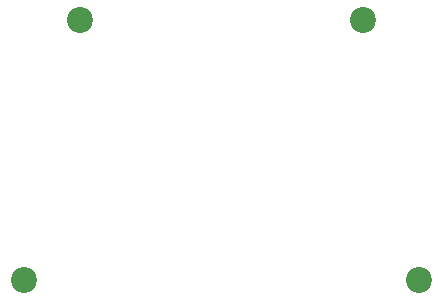
<source format=gts>
%TF.GenerationSoftware,KiCad,Pcbnew,8.0.4*%
%TF.CreationDate,2024-08-16T14:14:41+09:00*%
%TF.ProjectId,TrueStrike42-cover,54727565-5374-4726-996b-6534322d636f,rev?*%
%TF.SameCoordinates,Original*%
%TF.FileFunction,Soldermask,Top*%
%TF.FilePolarity,Negative*%
%FSLAX46Y46*%
G04 Gerber Fmt 4.6, Leading zero omitted, Abs format (unit mm)*
G04 Created by KiCad (PCBNEW 8.0.4) date 2024-08-16 14:14:41*
%MOMM*%
%LPD*%
G01*
G04 APERTURE LIST*
%ADD10C,2.200000*%
G04 APERTURE END LIST*
D10*
X136267643Y-104356038D03*
X131517643Y-126356040D03*
X160267640Y-104356042D03*
X165017642Y-126356034D03*
M02*

</source>
